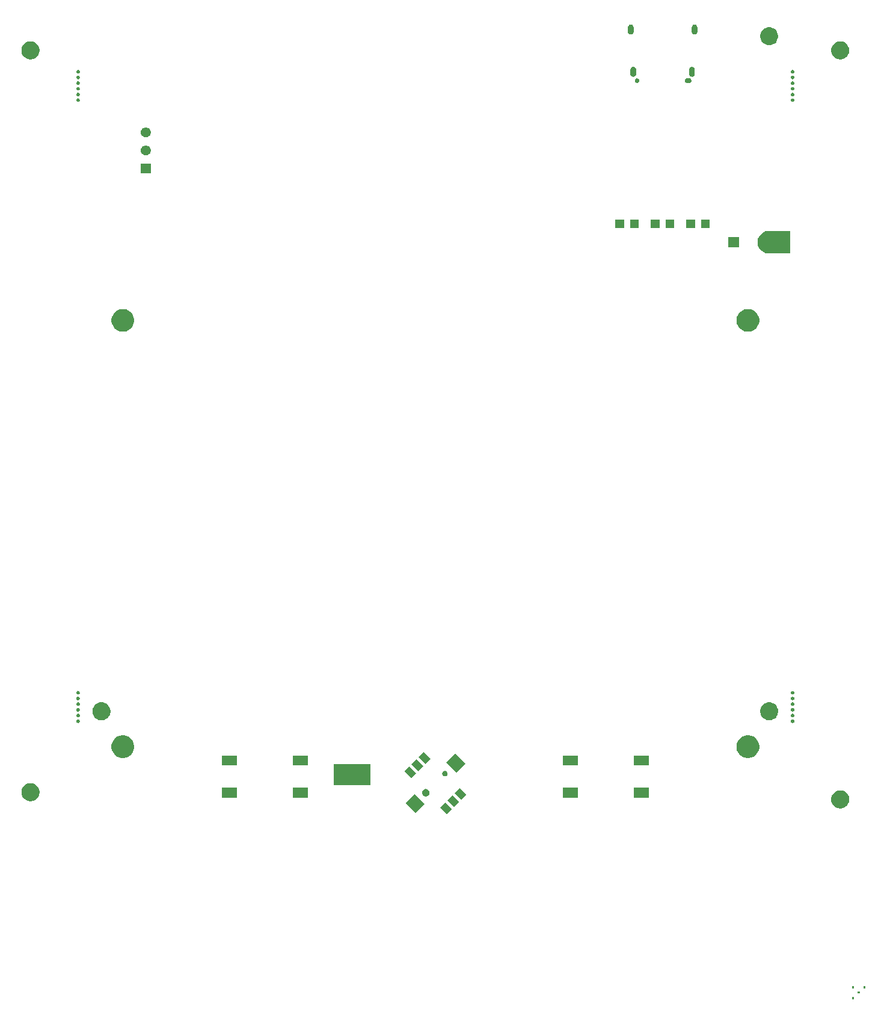
<source format=gbr>
G04 #@! TF.GenerationSoftware,KiCad,Pcbnew,5.0.2-bee76a0~70~ubuntu18.04.1*
G04 #@! TF.CreationDate,2020-04-07T14:55:28+02:00*
G04 #@! TF.ProjectId,OpenDropV4,4f70656e-4472-46f7-9056-342e6b696361,rev?*
G04 #@! TF.SameCoordinates,Original*
G04 #@! TF.FileFunction,Soldermask,Top*
G04 #@! TF.FilePolarity,Negative*
%FSLAX46Y46*%
G04 Gerber Fmt 4.6, Leading zero omitted, Abs format (unit mm)*
G04 Created by KiCad (PCBNEW 5.0.2-bee76a0~70~ubuntu18.04.1) date Di 07 Apr 2020 14:55:28 CEST*
%MOMM*%
%LPD*%
G01*
G04 APERTURE LIST*
%ADD10C,0.100000*%
G04 APERTURE END LIST*
D10*
G36*
X158939800Y-169533800D02*
X158639800Y-169533800D01*
X158639800Y-169233800D01*
X158939800Y-169233800D01*
X158939800Y-169533800D01*
X158939800Y-169533800D01*
G37*
G36*
X159752600Y-168721000D02*
X159452600Y-168721000D01*
X159452600Y-168421000D01*
X159752600Y-168421000D01*
X159752600Y-168721000D01*
X159752600Y-168721000D01*
G37*
G36*
X160565400Y-168009800D02*
X160265400Y-168009800D01*
X160265400Y-167709800D01*
X160565400Y-167709800D01*
X160565400Y-168009800D01*
X160565400Y-168009800D01*
G37*
G36*
X158939800Y-168009800D02*
X158639800Y-168009800D01*
X158639800Y-167709800D01*
X158939800Y-167709800D01*
X158939800Y-168009800D01*
X158939800Y-168009800D01*
G37*
G36*
X102350931Y-142775078D02*
X101643824Y-143482185D01*
X100689229Y-142527590D01*
X101396336Y-141820483D01*
X102350931Y-142775078D01*
X102350931Y-142775078D01*
G37*
G36*
X98479522Y-142050293D02*
X97206729Y-143323086D01*
X95792514Y-141908871D01*
X97065307Y-140636078D01*
X98479522Y-142050293D01*
X98479522Y-142050293D01*
G37*
G36*
X157247764Y-140154402D02*
X157370445Y-140178805D01*
X157601571Y-140274541D01*
X157809581Y-140413529D01*
X157986471Y-140590419D01*
X157986473Y-140590422D01*
X158125459Y-140798429D01*
X158221195Y-141029555D01*
X158221195Y-141029557D01*
X158270000Y-141274914D01*
X158270000Y-141525086D01*
X158245597Y-141647765D01*
X158221195Y-141770445D01*
X158125459Y-142001571D01*
X157986471Y-142209581D01*
X157809581Y-142386471D01*
X157809578Y-142386473D01*
X157601571Y-142525459D01*
X157370445Y-142621195D01*
X157247765Y-142645597D01*
X157125086Y-142670000D01*
X156874914Y-142670000D01*
X156752235Y-142645597D01*
X156629555Y-142621195D01*
X156398429Y-142525459D01*
X156190422Y-142386473D01*
X156190419Y-142386471D01*
X156013529Y-142209581D01*
X155874541Y-142001571D01*
X155778805Y-141770445D01*
X155754402Y-141647764D01*
X155730000Y-141525086D01*
X155730000Y-141274914D01*
X155778805Y-141029557D01*
X155778805Y-141029555D01*
X155874541Y-140798429D01*
X156013527Y-140590422D01*
X156013529Y-140590419D01*
X156190419Y-140413529D01*
X156398429Y-140274541D01*
X156629555Y-140178805D01*
X156752236Y-140154402D01*
X156874914Y-140130000D01*
X157125086Y-140130000D01*
X157247764Y-140154402D01*
X157247764Y-140154402D01*
G37*
G36*
X103358558Y-141767451D02*
X102651451Y-142474558D01*
X101696856Y-141519963D01*
X102403963Y-140812856D01*
X103358558Y-141767451D01*
X103358558Y-141767451D01*
G37*
G36*
X43247765Y-139154403D02*
X43370445Y-139178805D01*
X43601571Y-139274541D01*
X43809581Y-139413529D01*
X43986471Y-139590419D01*
X43986473Y-139590422D01*
X44125459Y-139798429D01*
X44221195Y-140029555D01*
X44221195Y-140029557D01*
X44269926Y-140274541D01*
X44270000Y-140274916D01*
X44270000Y-140525084D01*
X44221195Y-140770445D01*
X44203627Y-140812857D01*
X44125459Y-141001571D01*
X43986471Y-141209581D01*
X43809581Y-141386471D01*
X43809578Y-141386473D01*
X43601571Y-141525459D01*
X43370445Y-141621195D01*
X43247765Y-141645597D01*
X43125086Y-141670000D01*
X42874914Y-141670000D01*
X42752235Y-141645597D01*
X42629555Y-141621195D01*
X42398429Y-141525459D01*
X42190422Y-141386473D01*
X42190419Y-141386471D01*
X42013529Y-141209581D01*
X41874541Y-141001571D01*
X41796373Y-140812857D01*
X41778805Y-140770445D01*
X41730000Y-140525084D01*
X41730000Y-140274916D01*
X41730075Y-140274541D01*
X41778805Y-140029557D01*
X41778805Y-140029555D01*
X41874541Y-139798429D01*
X42013527Y-139590422D01*
X42013529Y-139590419D01*
X42190419Y-139413529D01*
X42398429Y-139274541D01*
X42629555Y-139178805D01*
X42752235Y-139154403D01*
X42874914Y-139130000D01*
X43125086Y-139130000D01*
X43247765Y-139154403D01*
X43247765Y-139154403D01*
G37*
G36*
X104366185Y-140759824D02*
X103659078Y-141466931D01*
X102704483Y-140512336D01*
X103411590Y-139805229D01*
X104366185Y-140759824D01*
X104366185Y-140759824D01*
G37*
G36*
X82050000Y-141150000D02*
X79950000Y-141150000D01*
X79950000Y-139750000D01*
X82050000Y-139750000D01*
X82050000Y-141150000D01*
X82050000Y-141150000D01*
G37*
G36*
X120050000Y-141150000D02*
X117950000Y-141150000D01*
X117950000Y-139750000D01*
X120050000Y-139750000D01*
X120050000Y-141150000D01*
X120050000Y-141150000D01*
G37*
G36*
X72050000Y-141150000D02*
X69950000Y-141150000D01*
X69950000Y-139750000D01*
X72050000Y-139750000D01*
X72050000Y-141150000D01*
X72050000Y-141150000D01*
G37*
G36*
X130050000Y-141150000D02*
X127950000Y-141150000D01*
X127950000Y-139750000D01*
X130050000Y-139750000D01*
X130050000Y-141150000D01*
X130050000Y-141150000D01*
G37*
G36*
X98809431Y-139954478D02*
X98809433Y-139954479D01*
X98809434Y-139954479D01*
X98904978Y-139994054D01*
X98990579Y-140051251D01*
X98990968Y-140051511D01*
X99064089Y-140124632D01*
X99064091Y-140124635D01*
X99121546Y-140210622D01*
X99148176Y-140274914D01*
X99161122Y-140306169D01*
X99181297Y-140407594D01*
X99181297Y-140511012D01*
X99165502Y-140590419D01*
X99161121Y-140612440D01*
X99121546Y-140707984D01*
X99064349Y-140793585D01*
X99064089Y-140793974D01*
X98990968Y-140867095D01*
X98990965Y-140867097D01*
X98904978Y-140924552D01*
X98809434Y-140964127D01*
X98809433Y-140964127D01*
X98809431Y-140964128D01*
X98708006Y-140984303D01*
X98604588Y-140984303D01*
X98503163Y-140964128D01*
X98503161Y-140964127D01*
X98503160Y-140964127D01*
X98407616Y-140924552D01*
X98321629Y-140867097D01*
X98321626Y-140867095D01*
X98248505Y-140793974D01*
X98248245Y-140793585D01*
X98191048Y-140707984D01*
X98151473Y-140612440D01*
X98147093Y-140590419D01*
X98131297Y-140511012D01*
X98131297Y-140407594D01*
X98151472Y-140306169D01*
X98164418Y-140274914D01*
X98191048Y-140210622D01*
X98248503Y-140124635D01*
X98248505Y-140124632D01*
X98321626Y-140051511D01*
X98322015Y-140051251D01*
X98407616Y-139994054D01*
X98503160Y-139954479D01*
X98503161Y-139954479D01*
X98503163Y-139954478D01*
X98604588Y-139934303D01*
X98708006Y-139934303D01*
X98809431Y-139954478D01*
X98809431Y-139954478D01*
G37*
G36*
X90865000Y-139439000D02*
X85665000Y-139439000D01*
X85665000Y-136439000D01*
X90865000Y-136439000D01*
X90865000Y-139439000D01*
X90865000Y-139439000D01*
G37*
G36*
X97295117Y-137719264D02*
X96588010Y-138426371D01*
X95633415Y-137471776D01*
X96340522Y-136764669D01*
X97295117Y-137719264D01*
X97295117Y-137719264D01*
G37*
G36*
X101452687Y-137411708D02*
X101520932Y-137439976D01*
X101582352Y-137481016D01*
X101634584Y-137533248D01*
X101675624Y-137594668D01*
X101703892Y-137662913D01*
X101718303Y-137735362D01*
X101718303Y-137809232D01*
X101703892Y-137881681D01*
X101675624Y-137949926D01*
X101634584Y-138011346D01*
X101582352Y-138063578D01*
X101520932Y-138104618D01*
X101452687Y-138132886D01*
X101380238Y-138147297D01*
X101306368Y-138147297D01*
X101233919Y-138132886D01*
X101165674Y-138104618D01*
X101104254Y-138063578D01*
X101052022Y-138011346D01*
X101010982Y-137949926D01*
X100982714Y-137881681D01*
X100968303Y-137809232D01*
X100968303Y-137735362D01*
X100982714Y-137662913D01*
X101010982Y-137594668D01*
X101052022Y-137533248D01*
X101104254Y-137481016D01*
X101165674Y-137439976D01*
X101233919Y-137411708D01*
X101306368Y-137397297D01*
X101380238Y-137397297D01*
X101452687Y-137411708D01*
X101452687Y-137411708D01*
G37*
G36*
X104207086Y-136322729D02*
X102934293Y-137595522D01*
X101520078Y-136181307D01*
X102792871Y-134908514D01*
X104207086Y-136322729D01*
X104207086Y-136322729D01*
G37*
G36*
X98302744Y-136711637D02*
X97595637Y-137418744D01*
X96641042Y-136464149D01*
X97348149Y-135757042D01*
X98302744Y-136711637D01*
X98302744Y-136711637D01*
G37*
G36*
X82050000Y-136650000D02*
X79950000Y-136650000D01*
X79950000Y-135250000D01*
X82050000Y-135250000D01*
X82050000Y-136650000D01*
X82050000Y-136650000D01*
G37*
G36*
X120050000Y-136650000D02*
X117950000Y-136650000D01*
X117950000Y-135250000D01*
X120050000Y-135250000D01*
X120050000Y-136650000D01*
X120050000Y-136650000D01*
G37*
G36*
X130050000Y-136650000D02*
X127950000Y-136650000D01*
X127950000Y-135250000D01*
X130050000Y-135250000D01*
X130050000Y-136650000D01*
X130050000Y-136650000D01*
G37*
G36*
X72050000Y-136650000D02*
X69950000Y-136650000D01*
X69950000Y-135250000D01*
X72050000Y-135250000D01*
X72050000Y-136650000D01*
X72050000Y-136650000D01*
G37*
G36*
X99310371Y-135704010D02*
X98603264Y-136411117D01*
X97648669Y-135456522D01*
X98355776Y-134749415D01*
X99310371Y-135704010D01*
X99310371Y-135704010D01*
G37*
G36*
X144466703Y-132461486D02*
X144757883Y-132582097D01*
X145019944Y-132757201D01*
X145242799Y-132980056D01*
X145417903Y-133242117D01*
X145538514Y-133533297D01*
X145600000Y-133842412D01*
X145600000Y-134157588D01*
X145538514Y-134466703D01*
X145417903Y-134757883D01*
X145242799Y-135019944D01*
X145019944Y-135242799D01*
X144757883Y-135417903D01*
X144466703Y-135538514D01*
X144157588Y-135600000D01*
X143842412Y-135600000D01*
X143533297Y-135538514D01*
X143242117Y-135417903D01*
X142980056Y-135242799D01*
X142757201Y-135019944D01*
X142582097Y-134757883D01*
X142461486Y-134466703D01*
X142400000Y-134157588D01*
X142400000Y-133842412D01*
X142461486Y-133533297D01*
X142582097Y-133242117D01*
X142757201Y-132980056D01*
X142980056Y-132757201D01*
X143242117Y-132582097D01*
X143533297Y-132461486D01*
X143842412Y-132400000D01*
X144157588Y-132400000D01*
X144466703Y-132461486D01*
X144466703Y-132461486D01*
G37*
G36*
X56466703Y-132461486D02*
X56757883Y-132582097D01*
X57019944Y-132757201D01*
X57242799Y-132980056D01*
X57417903Y-133242117D01*
X57538514Y-133533297D01*
X57600000Y-133842412D01*
X57600000Y-134157588D01*
X57538514Y-134466703D01*
X57417903Y-134757883D01*
X57242799Y-135019944D01*
X57019944Y-135242799D01*
X56757883Y-135417903D01*
X56466703Y-135538514D01*
X56157588Y-135600000D01*
X55842412Y-135600000D01*
X55533297Y-135538514D01*
X55242117Y-135417903D01*
X54980056Y-135242799D01*
X54757201Y-135019944D01*
X54582097Y-134757883D01*
X54461486Y-134466703D01*
X54400000Y-134157588D01*
X54400000Y-133842412D01*
X54461486Y-133533297D01*
X54582097Y-133242117D01*
X54757201Y-132980056D01*
X54980056Y-132757201D01*
X55242117Y-132582097D01*
X55533297Y-132461486D01*
X55842412Y-132400000D01*
X56157588Y-132400000D01*
X56466703Y-132461486D01*
X56466703Y-132461486D01*
G37*
G36*
X49736698Y-130152402D02*
X49772922Y-130159607D01*
X49818420Y-130178453D01*
X49859366Y-130205812D01*
X49894188Y-130240634D01*
X49921547Y-130281580D01*
X49940393Y-130327078D01*
X49950000Y-130375377D01*
X49950000Y-130424623D01*
X49940393Y-130472922D01*
X49921547Y-130518420D01*
X49894188Y-130559366D01*
X49859366Y-130594188D01*
X49818420Y-130621547D01*
X49772922Y-130640393D01*
X49736698Y-130647598D01*
X49724624Y-130650000D01*
X49675376Y-130650000D01*
X49663302Y-130647598D01*
X49627078Y-130640393D01*
X49581580Y-130621547D01*
X49540634Y-130594188D01*
X49505812Y-130559366D01*
X49478453Y-130518420D01*
X49459607Y-130472922D01*
X49450000Y-130424623D01*
X49450000Y-130375377D01*
X49459607Y-130327078D01*
X49478453Y-130281580D01*
X49505812Y-130240634D01*
X49540634Y-130205812D01*
X49581580Y-130178453D01*
X49627078Y-130159607D01*
X49663302Y-130152402D01*
X49675376Y-130150000D01*
X49724624Y-130150000D01*
X49736698Y-130152402D01*
X49736698Y-130152402D01*
G37*
G36*
X150336698Y-130152402D02*
X150372922Y-130159607D01*
X150418420Y-130178453D01*
X150459366Y-130205812D01*
X150494188Y-130240634D01*
X150521547Y-130281580D01*
X150540393Y-130327078D01*
X150550000Y-130375377D01*
X150550000Y-130424623D01*
X150540393Y-130472922D01*
X150521547Y-130518420D01*
X150494188Y-130559366D01*
X150459366Y-130594188D01*
X150418420Y-130621547D01*
X150372922Y-130640393D01*
X150336698Y-130647598D01*
X150324624Y-130650000D01*
X150275376Y-130650000D01*
X150263302Y-130647598D01*
X150227078Y-130640393D01*
X150181580Y-130621547D01*
X150140634Y-130594188D01*
X150105812Y-130559366D01*
X150078453Y-130518420D01*
X150059607Y-130472922D01*
X150050000Y-130424623D01*
X150050000Y-130375377D01*
X150059607Y-130327078D01*
X150078453Y-130281580D01*
X150105812Y-130240634D01*
X150140634Y-130205812D01*
X150181580Y-130178453D01*
X150227078Y-130159607D01*
X150263302Y-130152402D01*
X150275376Y-130150000D01*
X150324624Y-130150000D01*
X150336698Y-130152402D01*
X150336698Y-130152402D01*
G37*
G36*
X53247764Y-127754402D02*
X53370445Y-127778805D01*
X53601571Y-127874541D01*
X53809581Y-128013529D01*
X53986471Y-128190419D01*
X53986473Y-128190422D01*
X54125459Y-128398429D01*
X54221195Y-128629555D01*
X54231543Y-128681580D01*
X54269604Y-128872922D01*
X54270000Y-128874916D01*
X54270000Y-129125084D01*
X54221195Y-129370445D01*
X54175161Y-129481580D01*
X54125459Y-129601571D01*
X53986471Y-129809581D01*
X53809581Y-129986471D01*
X53809578Y-129986473D01*
X53601571Y-130125459D01*
X53370445Y-130221195D01*
X53247765Y-130245597D01*
X53125086Y-130270000D01*
X52874914Y-130270000D01*
X52752235Y-130245597D01*
X52629555Y-130221195D01*
X52398429Y-130125459D01*
X52190422Y-129986473D01*
X52190419Y-129986471D01*
X52013529Y-129809581D01*
X51874541Y-129601571D01*
X51824839Y-129481580D01*
X51778805Y-129370445D01*
X51730000Y-129125084D01*
X51730000Y-128874916D01*
X51730397Y-128872922D01*
X51768457Y-128681580D01*
X51778805Y-128629555D01*
X51874541Y-128398429D01*
X52013527Y-128190422D01*
X52013529Y-128190419D01*
X52190419Y-128013529D01*
X52398429Y-127874541D01*
X52629555Y-127778805D01*
X52752236Y-127754402D01*
X52874914Y-127730000D01*
X53125086Y-127730000D01*
X53247764Y-127754402D01*
X53247764Y-127754402D01*
G37*
G36*
X147247764Y-127754402D02*
X147370445Y-127778805D01*
X147601571Y-127874541D01*
X147809581Y-128013529D01*
X147986471Y-128190419D01*
X147986473Y-128190422D01*
X148125459Y-128398429D01*
X148221195Y-128629555D01*
X148231543Y-128681580D01*
X148269604Y-128872922D01*
X148270000Y-128874916D01*
X148270000Y-129125084D01*
X148221195Y-129370445D01*
X148175161Y-129481580D01*
X148125459Y-129601571D01*
X147986471Y-129809581D01*
X147809581Y-129986471D01*
X147809578Y-129986473D01*
X147601571Y-130125459D01*
X147370445Y-130221195D01*
X147247765Y-130245597D01*
X147125086Y-130270000D01*
X146874914Y-130270000D01*
X146752235Y-130245597D01*
X146629555Y-130221195D01*
X146398429Y-130125459D01*
X146190422Y-129986473D01*
X146190419Y-129986471D01*
X146013529Y-129809581D01*
X145874541Y-129601571D01*
X145824839Y-129481580D01*
X145778805Y-129370445D01*
X145730000Y-129125084D01*
X145730000Y-128874916D01*
X145730397Y-128872922D01*
X145768457Y-128681580D01*
X145778805Y-128629555D01*
X145874541Y-128398429D01*
X146013527Y-128190422D01*
X146013529Y-128190419D01*
X146190419Y-128013529D01*
X146398429Y-127874541D01*
X146629555Y-127778805D01*
X146752236Y-127754402D01*
X146874914Y-127730000D01*
X147125086Y-127730000D01*
X147247764Y-127754402D01*
X147247764Y-127754402D01*
G37*
G36*
X150336698Y-129352402D02*
X150372922Y-129359607D01*
X150418420Y-129378453D01*
X150459366Y-129405812D01*
X150494188Y-129440634D01*
X150521547Y-129481580D01*
X150540393Y-129527078D01*
X150550000Y-129575377D01*
X150550000Y-129624623D01*
X150540393Y-129672922D01*
X150521547Y-129718420D01*
X150494188Y-129759366D01*
X150459366Y-129794188D01*
X150418420Y-129821547D01*
X150372922Y-129840393D01*
X150336698Y-129847598D01*
X150324624Y-129850000D01*
X150275376Y-129850000D01*
X150263302Y-129847598D01*
X150227078Y-129840393D01*
X150181580Y-129821547D01*
X150140634Y-129794188D01*
X150105812Y-129759366D01*
X150078453Y-129718420D01*
X150059607Y-129672922D01*
X150050000Y-129624623D01*
X150050000Y-129575377D01*
X150059607Y-129527078D01*
X150078453Y-129481580D01*
X150105812Y-129440634D01*
X150140634Y-129405812D01*
X150181580Y-129378453D01*
X150227078Y-129359607D01*
X150263302Y-129352402D01*
X150275376Y-129350000D01*
X150324624Y-129350000D01*
X150336698Y-129352402D01*
X150336698Y-129352402D01*
G37*
G36*
X49736698Y-129352402D02*
X49772922Y-129359607D01*
X49818420Y-129378453D01*
X49859366Y-129405812D01*
X49894188Y-129440634D01*
X49921547Y-129481580D01*
X49940393Y-129527078D01*
X49950000Y-129575377D01*
X49950000Y-129624623D01*
X49940393Y-129672922D01*
X49921547Y-129718420D01*
X49894188Y-129759366D01*
X49859366Y-129794188D01*
X49818420Y-129821547D01*
X49772922Y-129840393D01*
X49736698Y-129847598D01*
X49724624Y-129850000D01*
X49675376Y-129850000D01*
X49663302Y-129847598D01*
X49627078Y-129840393D01*
X49581580Y-129821547D01*
X49540634Y-129794188D01*
X49505812Y-129759366D01*
X49478453Y-129718420D01*
X49459607Y-129672922D01*
X49450000Y-129624623D01*
X49450000Y-129575377D01*
X49459607Y-129527078D01*
X49478453Y-129481580D01*
X49505812Y-129440634D01*
X49540634Y-129405812D01*
X49581580Y-129378453D01*
X49627078Y-129359607D01*
X49663302Y-129352402D01*
X49675376Y-129350000D01*
X49724624Y-129350000D01*
X49736698Y-129352402D01*
X49736698Y-129352402D01*
G37*
G36*
X150336698Y-128552402D02*
X150372922Y-128559607D01*
X150418420Y-128578453D01*
X150459366Y-128605812D01*
X150494188Y-128640634D01*
X150521547Y-128681580D01*
X150540393Y-128727078D01*
X150550000Y-128775377D01*
X150550000Y-128824623D01*
X150540393Y-128872922D01*
X150521547Y-128918420D01*
X150494188Y-128959366D01*
X150459366Y-128994188D01*
X150418420Y-129021547D01*
X150372922Y-129040393D01*
X150336698Y-129047598D01*
X150324624Y-129050000D01*
X150275376Y-129050000D01*
X150263302Y-129047598D01*
X150227078Y-129040393D01*
X150181580Y-129021547D01*
X150140634Y-128994188D01*
X150105812Y-128959366D01*
X150078453Y-128918420D01*
X150059607Y-128872922D01*
X150050000Y-128824623D01*
X150050000Y-128775377D01*
X150059607Y-128727078D01*
X150078453Y-128681580D01*
X150105812Y-128640634D01*
X150140634Y-128605812D01*
X150181580Y-128578453D01*
X150227078Y-128559607D01*
X150263302Y-128552402D01*
X150275376Y-128550000D01*
X150324624Y-128550000D01*
X150336698Y-128552402D01*
X150336698Y-128552402D01*
G37*
G36*
X49736698Y-128552402D02*
X49772922Y-128559607D01*
X49818420Y-128578453D01*
X49859366Y-128605812D01*
X49894188Y-128640634D01*
X49921547Y-128681580D01*
X49940393Y-128727078D01*
X49950000Y-128775377D01*
X49950000Y-128824623D01*
X49940393Y-128872922D01*
X49921547Y-128918420D01*
X49894188Y-128959366D01*
X49859366Y-128994188D01*
X49818420Y-129021547D01*
X49772922Y-129040393D01*
X49736698Y-129047598D01*
X49724624Y-129050000D01*
X49675376Y-129050000D01*
X49663302Y-129047598D01*
X49627078Y-129040393D01*
X49581580Y-129021547D01*
X49540634Y-128994188D01*
X49505812Y-128959366D01*
X49478453Y-128918420D01*
X49459607Y-128872922D01*
X49450000Y-128824623D01*
X49450000Y-128775377D01*
X49459607Y-128727078D01*
X49478453Y-128681580D01*
X49505812Y-128640634D01*
X49540634Y-128605812D01*
X49581580Y-128578453D01*
X49627078Y-128559607D01*
X49663302Y-128552402D01*
X49675376Y-128550000D01*
X49724624Y-128550000D01*
X49736698Y-128552402D01*
X49736698Y-128552402D01*
G37*
G36*
X49736698Y-127752402D02*
X49772922Y-127759607D01*
X49818420Y-127778453D01*
X49859366Y-127805812D01*
X49894188Y-127840634D01*
X49921547Y-127881580D01*
X49940393Y-127927078D01*
X49950000Y-127975377D01*
X49950000Y-128024623D01*
X49940393Y-128072922D01*
X49921547Y-128118420D01*
X49894188Y-128159366D01*
X49859366Y-128194188D01*
X49818420Y-128221547D01*
X49772922Y-128240393D01*
X49736698Y-128247598D01*
X49724624Y-128250000D01*
X49675376Y-128250000D01*
X49663302Y-128247598D01*
X49627078Y-128240393D01*
X49581580Y-128221547D01*
X49540634Y-128194188D01*
X49505812Y-128159366D01*
X49478453Y-128118420D01*
X49459607Y-128072922D01*
X49450000Y-128024623D01*
X49450000Y-127975377D01*
X49459607Y-127927078D01*
X49478453Y-127881580D01*
X49505812Y-127840634D01*
X49540634Y-127805812D01*
X49581580Y-127778453D01*
X49627078Y-127759607D01*
X49663302Y-127752402D01*
X49675376Y-127750000D01*
X49724624Y-127750000D01*
X49736698Y-127752402D01*
X49736698Y-127752402D01*
G37*
G36*
X150336698Y-127752402D02*
X150372922Y-127759607D01*
X150418420Y-127778453D01*
X150459366Y-127805812D01*
X150494188Y-127840634D01*
X150521547Y-127881580D01*
X150540393Y-127927078D01*
X150550000Y-127975377D01*
X150550000Y-128024623D01*
X150540393Y-128072922D01*
X150521547Y-128118420D01*
X150494188Y-128159366D01*
X150459366Y-128194188D01*
X150418420Y-128221547D01*
X150372922Y-128240393D01*
X150336698Y-128247598D01*
X150324624Y-128250000D01*
X150275376Y-128250000D01*
X150263302Y-128247598D01*
X150227078Y-128240393D01*
X150181580Y-128221547D01*
X150140634Y-128194188D01*
X150105812Y-128159366D01*
X150078453Y-128118420D01*
X150059607Y-128072922D01*
X150050000Y-128024623D01*
X150050000Y-127975377D01*
X150059607Y-127927078D01*
X150078453Y-127881580D01*
X150105812Y-127840634D01*
X150140634Y-127805812D01*
X150181580Y-127778453D01*
X150227078Y-127759607D01*
X150263302Y-127752402D01*
X150275376Y-127750000D01*
X150324624Y-127750000D01*
X150336698Y-127752402D01*
X150336698Y-127752402D01*
G37*
G36*
X49736698Y-126952402D02*
X49772922Y-126959607D01*
X49818420Y-126978453D01*
X49859366Y-127005812D01*
X49894188Y-127040634D01*
X49921547Y-127081580D01*
X49940393Y-127127078D01*
X49950000Y-127175377D01*
X49950000Y-127224623D01*
X49940393Y-127272922D01*
X49921547Y-127318420D01*
X49894188Y-127359366D01*
X49859366Y-127394188D01*
X49818420Y-127421547D01*
X49772922Y-127440393D01*
X49736698Y-127447598D01*
X49724624Y-127450000D01*
X49675376Y-127450000D01*
X49663302Y-127447598D01*
X49627078Y-127440393D01*
X49581580Y-127421547D01*
X49540634Y-127394188D01*
X49505812Y-127359366D01*
X49478453Y-127318420D01*
X49459607Y-127272922D01*
X49450000Y-127224623D01*
X49450000Y-127175377D01*
X49459607Y-127127078D01*
X49478453Y-127081580D01*
X49505812Y-127040634D01*
X49540634Y-127005812D01*
X49581580Y-126978453D01*
X49627078Y-126959607D01*
X49663302Y-126952402D01*
X49675376Y-126950000D01*
X49724624Y-126950000D01*
X49736698Y-126952402D01*
X49736698Y-126952402D01*
G37*
G36*
X150336698Y-126952402D02*
X150372922Y-126959607D01*
X150418420Y-126978453D01*
X150459366Y-127005812D01*
X150494188Y-127040634D01*
X150521547Y-127081580D01*
X150540393Y-127127078D01*
X150550000Y-127175377D01*
X150550000Y-127224623D01*
X150540393Y-127272922D01*
X150521547Y-127318420D01*
X150494188Y-127359366D01*
X150459366Y-127394188D01*
X150418420Y-127421547D01*
X150372922Y-127440393D01*
X150336698Y-127447598D01*
X150324624Y-127450000D01*
X150275376Y-127450000D01*
X150263302Y-127447598D01*
X150227078Y-127440393D01*
X150181580Y-127421547D01*
X150140634Y-127394188D01*
X150105812Y-127359366D01*
X150078453Y-127318420D01*
X150059607Y-127272922D01*
X150050000Y-127224623D01*
X150050000Y-127175377D01*
X150059607Y-127127078D01*
X150078453Y-127081580D01*
X150105812Y-127040634D01*
X150140634Y-127005812D01*
X150181580Y-126978453D01*
X150227078Y-126959607D01*
X150263302Y-126952402D01*
X150275376Y-126950000D01*
X150324624Y-126950000D01*
X150336698Y-126952402D01*
X150336698Y-126952402D01*
G37*
G36*
X150336698Y-126152402D02*
X150372922Y-126159607D01*
X150418420Y-126178453D01*
X150459366Y-126205812D01*
X150494188Y-126240634D01*
X150521547Y-126281580D01*
X150540393Y-126327078D01*
X150550000Y-126375377D01*
X150550000Y-126424623D01*
X150540393Y-126472922D01*
X150521547Y-126518420D01*
X150494188Y-126559366D01*
X150459366Y-126594188D01*
X150418420Y-126621547D01*
X150372922Y-126640393D01*
X150336698Y-126647598D01*
X150324624Y-126650000D01*
X150275376Y-126650000D01*
X150263302Y-126647598D01*
X150227078Y-126640393D01*
X150181580Y-126621547D01*
X150140634Y-126594188D01*
X150105812Y-126559366D01*
X150078453Y-126518420D01*
X150059607Y-126472922D01*
X150050000Y-126424623D01*
X150050000Y-126375377D01*
X150059607Y-126327078D01*
X150078453Y-126281580D01*
X150105812Y-126240634D01*
X150140634Y-126205812D01*
X150181580Y-126178453D01*
X150227078Y-126159607D01*
X150263302Y-126152402D01*
X150275376Y-126150000D01*
X150324624Y-126150000D01*
X150336698Y-126152402D01*
X150336698Y-126152402D01*
G37*
G36*
X49736698Y-126152402D02*
X49772922Y-126159607D01*
X49818420Y-126178453D01*
X49859366Y-126205812D01*
X49894188Y-126240634D01*
X49921547Y-126281580D01*
X49940393Y-126327078D01*
X49950000Y-126375377D01*
X49950000Y-126424623D01*
X49940393Y-126472922D01*
X49921547Y-126518420D01*
X49894188Y-126559366D01*
X49859366Y-126594188D01*
X49818420Y-126621547D01*
X49772922Y-126640393D01*
X49736698Y-126647598D01*
X49724624Y-126650000D01*
X49675376Y-126650000D01*
X49663302Y-126647598D01*
X49627078Y-126640393D01*
X49581580Y-126621547D01*
X49540634Y-126594188D01*
X49505812Y-126559366D01*
X49478453Y-126518420D01*
X49459607Y-126472922D01*
X49450000Y-126424623D01*
X49450000Y-126375377D01*
X49459607Y-126327078D01*
X49478453Y-126281580D01*
X49505812Y-126240634D01*
X49540634Y-126205812D01*
X49581580Y-126178453D01*
X49627078Y-126159607D01*
X49663302Y-126152402D01*
X49675376Y-126150000D01*
X49724624Y-126150000D01*
X49736698Y-126152402D01*
X49736698Y-126152402D01*
G37*
G36*
X56466703Y-72461486D02*
X56757883Y-72582097D01*
X57019944Y-72757201D01*
X57242799Y-72980056D01*
X57417903Y-73242117D01*
X57538514Y-73533297D01*
X57600000Y-73842412D01*
X57600000Y-74157588D01*
X57538514Y-74466703D01*
X57417903Y-74757883D01*
X57242799Y-75019944D01*
X57019944Y-75242799D01*
X56757883Y-75417903D01*
X56466703Y-75538514D01*
X56157588Y-75600000D01*
X55842412Y-75600000D01*
X55533297Y-75538514D01*
X55242117Y-75417903D01*
X54980056Y-75242799D01*
X54757201Y-75019944D01*
X54582097Y-74757883D01*
X54461486Y-74466703D01*
X54400000Y-74157588D01*
X54400000Y-73842412D01*
X54461486Y-73533297D01*
X54582097Y-73242117D01*
X54757201Y-72980056D01*
X54980056Y-72757201D01*
X55242117Y-72582097D01*
X55533297Y-72461486D01*
X55842412Y-72400000D01*
X56157588Y-72400000D01*
X56466703Y-72461486D01*
X56466703Y-72461486D01*
G37*
G36*
X144466703Y-72461486D02*
X144757883Y-72582097D01*
X145019944Y-72757201D01*
X145242799Y-72980056D01*
X145417903Y-73242117D01*
X145538514Y-73533297D01*
X145600000Y-73842412D01*
X145600000Y-74157588D01*
X145538514Y-74466703D01*
X145417903Y-74757883D01*
X145242799Y-75019944D01*
X145019944Y-75242799D01*
X144757883Y-75417903D01*
X144466703Y-75538514D01*
X144157588Y-75600000D01*
X143842412Y-75600000D01*
X143533297Y-75538514D01*
X143242117Y-75417903D01*
X142980056Y-75242799D01*
X142757201Y-75019944D01*
X142582097Y-74757883D01*
X142461486Y-74466703D01*
X142400000Y-74157588D01*
X142400000Y-73842412D01*
X142461486Y-73533297D01*
X142582097Y-73242117D01*
X142757201Y-72980056D01*
X142980056Y-72757201D01*
X143242117Y-72582097D01*
X143533297Y-72461486D01*
X143842412Y-72400000D01*
X144157588Y-72400000D01*
X144466703Y-72461486D01*
X144466703Y-72461486D01*
G37*
G36*
X149963000Y-64600000D02*
X146805412Y-64600000D01*
X146496297Y-64538514D01*
X146205117Y-64417903D01*
X145943056Y-64242799D01*
X145720201Y-64019944D01*
X145545097Y-63757883D01*
X145424486Y-63466703D01*
X145363000Y-63157588D01*
X145363000Y-62842412D01*
X145424486Y-62533297D01*
X145545097Y-62242117D01*
X145720201Y-61980056D01*
X145943056Y-61757201D01*
X146205117Y-61582097D01*
X146496297Y-61461486D01*
X146805412Y-61400000D01*
X149963000Y-61400000D01*
X149963000Y-64600000D01*
X149963000Y-64600000D01*
G37*
G36*
X142750570Y-63750570D02*
X141249430Y-63750570D01*
X141249430Y-62249430D01*
X142750570Y-62249430D01*
X142750570Y-63750570D01*
X142750570Y-63750570D01*
G37*
G36*
X131550420Y-61010440D02*
X130351540Y-61010440D01*
X130351540Y-59811560D01*
X131550420Y-59811560D01*
X131550420Y-61010440D01*
X131550420Y-61010440D01*
G37*
G36*
X126550420Y-61010440D02*
X125351540Y-61010440D01*
X125351540Y-59811560D01*
X126550420Y-59811560D01*
X126550420Y-61010440D01*
X126550420Y-61010440D01*
G37*
G36*
X128648460Y-61010440D02*
X127449580Y-61010440D01*
X127449580Y-59811560D01*
X128648460Y-59811560D01*
X128648460Y-61010440D01*
X128648460Y-61010440D01*
G37*
G36*
X133648460Y-61010440D02*
X132449580Y-61010440D01*
X132449580Y-59811560D01*
X133648460Y-59811560D01*
X133648460Y-61010440D01*
X133648460Y-61010440D01*
G37*
G36*
X136550420Y-61010440D02*
X135351540Y-61010440D01*
X135351540Y-59811560D01*
X136550420Y-59811560D01*
X136550420Y-61010440D01*
X136550420Y-61010440D01*
G37*
G36*
X138648460Y-61010440D02*
X137449580Y-61010440D01*
X137449580Y-59811560D01*
X138648460Y-59811560D01*
X138648460Y-61010440D01*
X138648460Y-61010440D01*
G37*
G36*
X59928500Y-53303500D02*
X58531500Y-53303500D01*
X58531500Y-51906500D01*
X59928500Y-51906500D01*
X59928500Y-53303500D01*
X59928500Y-53303500D01*
G37*
G36*
X59433745Y-49393342D02*
X59560863Y-49445996D01*
X59675271Y-49522441D01*
X59772559Y-49619729D01*
X59849004Y-49734137D01*
X59901658Y-49861255D01*
X59928500Y-49996202D01*
X59928500Y-50133798D01*
X59901658Y-50268745D01*
X59849004Y-50395863D01*
X59772559Y-50510271D01*
X59675271Y-50607559D01*
X59560863Y-50684004D01*
X59433745Y-50736658D01*
X59298798Y-50763500D01*
X59161202Y-50763500D01*
X59026255Y-50736658D01*
X58899137Y-50684004D01*
X58784729Y-50607559D01*
X58687441Y-50510271D01*
X58610996Y-50395863D01*
X58558342Y-50268745D01*
X58531500Y-50133798D01*
X58531500Y-49996202D01*
X58558342Y-49861255D01*
X58610996Y-49734137D01*
X58687441Y-49619729D01*
X58784729Y-49522441D01*
X58899137Y-49445996D01*
X59026255Y-49393342D01*
X59161202Y-49366500D01*
X59298798Y-49366500D01*
X59433745Y-49393342D01*
X59433745Y-49393342D01*
G37*
G36*
X59433745Y-46853342D02*
X59560863Y-46905996D01*
X59675271Y-46982441D01*
X59772559Y-47079729D01*
X59849004Y-47194137D01*
X59901658Y-47321255D01*
X59928500Y-47456202D01*
X59928500Y-47593798D01*
X59901658Y-47728745D01*
X59849004Y-47855863D01*
X59772559Y-47970271D01*
X59675271Y-48067559D01*
X59560863Y-48144004D01*
X59433745Y-48196658D01*
X59298798Y-48223500D01*
X59161202Y-48223500D01*
X59026255Y-48196658D01*
X58899137Y-48144004D01*
X58784729Y-48067559D01*
X58687441Y-47970271D01*
X58610996Y-47855863D01*
X58558342Y-47728745D01*
X58531500Y-47593798D01*
X58531500Y-47456202D01*
X58558342Y-47321255D01*
X58610996Y-47194137D01*
X58687441Y-47079729D01*
X58784729Y-46982441D01*
X58899137Y-46905996D01*
X59026255Y-46853342D01*
X59161202Y-46826500D01*
X59298798Y-46826500D01*
X59433745Y-46853342D01*
X59433745Y-46853342D01*
G37*
G36*
X49736698Y-42752402D02*
X49772922Y-42759607D01*
X49818420Y-42778453D01*
X49859366Y-42805812D01*
X49894188Y-42840634D01*
X49921547Y-42881580D01*
X49940393Y-42927078D01*
X49950000Y-42975377D01*
X49950000Y-43024623D01*
X49940393Y-43072922D01*
X49921547Y-43118420D01*
X49894188Y-43159366D01*
X49859366Y-43194188D01*
X49818420Y-43221547D01*
X49772922Y-43240393D01*
X49736698Y-43247598D01*
X49724624Y-43250000D01*
X49675376Y-43250000D01*
X49663302Y-43247598D01*
X49627078Y-43240393D01*
X49581580Y-43221547D01*
X49540634Y-43194188D01*
X49505812Y-43159366D01*
X49478453Y-43118420D01*
X49459607Y-43072922D01*
X49450000Y-43024623D01*
X49450000Y-42975377D01*
X49459607Y-42927078D01*
X49478453Y-42881580D01*
X49505812Y-42840634D01*
X49540634Y-42805812D01*
X49581580Y-42778453D01*
X49627078Y-42759607D01*
X49663302Y-42752402D01*
X49675376Y-42750000D01*
X49724624Y-42750000D01*
X49736698Y-42752402D01*
X49736698Y-42752402D01*
G37*
G36*
X150336698Y-42752402D02*
X150372922Y-42759607D01*
X150418420Y-42778453D01*
X150459366Y-42805812D01*
X150494188Y-42840634D01*
X150521547Y-42881580D01*
X150540393Y-42927078D01*
X150550000Y-42975377D01*
X150550000Y-43024623D01*
X150540393Y-43072922D01*
X150521547Y-43118420D01*
X150494188Y-43159366D01*
X150459366Y-43194188D01*
X150418420Y-43221547D01*
X150372922Y-43240393D01*
X150336698Y-43247598D01*
X150324624Y-43250000D01*
X150275376Y-43250000D01*
X150263302Y-43247598D01*
X150227078Y-43240393D01*
X150181580Y-43221547D01*
X150140634Y-43194188D01*
X150105812Y-43159366D01*
X150078453Y-43118420D01*
X150059607Y-43072922D01*
X150050000Y-43024623D01*
X150050000Y-42975377D01*
X150059607Y-42927078D01*
X150078453Y-42881580D01*
X150105812Y-42840634D01*
X150140634Y-42805812D01*
X150181580Y-42778453D01*
X150227078Y-42759607D01*
X150263302Y-42752402D01*
X150275376Y-42750000D01*
X150324624Y-42750000D01*
X150336698Y-42752402D01*
X150336698Y-42752402D01*
G37*
G36*
X49736698Y-41952402D02*
X49772922Y-41959607D01*
X49818420Y-41978453D01*
X49859366Y-42005812D01*
X49894188Y-42040634D01*
X49921547Y-42081580D01*
X49940393Y-42127078D01*
X49950000Y-42175377D01*
X49950000Y-42224623D01*
X49940393Y-42272922D01*
X49921547Y-42318420D01*
X49894188Y-42359366D01*
X49859366Y-42394188D01*
X49818420Y-42421547D01*
X49772922Y-42440393D01*
X49736698Y-42447598D01*
X49724624Y-42450000D01*
X49675376Y-42450000D01*
X49663302Y-42447598D01*
X49627078Y-42440393D01*
X49581580Y-42421547D01*
X49540634Y-42394188D01*
X49505812Y-42359366D01*
X49478453Y-42318420D01*
X49459607Y-42272922D01*
X49450000Y-42224623D01*
X49450000Y-42175377D01*
X49459607Y-42127078D01*
X49478453Y-42081580D01*
X49505812Y-42040634D01*
X49540634Y-42005812D01*
X49581580Y-41978453D01*
X49627078Y-41959607D01*
X49663302Y-41952402D01*
X49675376Y-41950000D01*
X49724624Y-41950000D01*
X49736698Y-41952402D01*
X49736698Y-41952402D01*
G37*
G36*
X150336698Y-41952402D02*
X150372922Y-41959607D01*
X150418420Y-41978453D01*
X150459366Y-42005812D01*
X150494188Y-42040634D01*
X150521547Y-42081580D01*
X150540393Y-42127078D01*
X150550000Y-42175377D01*
X150550000Y-42224623D01*
X150540393Y-42272922D01*
X150521547Y-42318420D01*
X150494188Y-42359366D01*
X150459366Y-42394188D01*
X150418420Y-42421547D01*
X150372922Y-42440393D01*
X150336698Y-42447598D01*
X150324624Y-42450000D01*
X150275376Y-42450000D01*
X150263302Y-42447598D01*
X150227078Y-42440393D01*
X150181580Y-42421547D01*
X150140634Y-42394188D01*
X150105812Y-42359366D01*
X150078453Y-42318420D01*
X150059607Y-42272922D01*
X150050000Y-42224623D01*
X150050000Y-42175377D01*
X150059607Y-42127078D01*
X150078453Y-42081580D01*
X150105812Y-42040634D01*
X150140634Y-42005812D01*
X150181580Y-41978453D01*
X150227078Y-41959607D01*
X150263302Y-41952402D01*
X150275376Y-41950000D01*
X150324624Y-41950000D01*
X150336698Y-41952402D01*
X150336698Y-41952402D01*
G37*
G36*
X150336698Y-41152402D02*
X150372922Y-41159607D01*
X150418420Y-41178453D01*
X150459366Y-41205812D01*
X150494188Y-41240634D01*
X150521547Y-41281580D01*
X150540393Y-41327078D01*
X150550000Y-41375377D01*
X150550000Y-41424623D01*
X150540393Y-41472922D01*
X150521547Y-41518420D01*
X150494188Y-41559366D01*
X150459366Y-41594188D01*
X150418420Y-41621547D01*
X150372922Y-41640393D01*
X150336698Y-41647598D01*
X150324624Y-41650000D01*
X150275376Y-41650000D01*
X150263302Y-41647598D01*
X150227078Y-41640393D01*
X150181580Y-41621547D01*
X150140634Y-41594188D01*
X150105812Y-41559366D01*
X150078453Y-41518420D01*
X150059607Y-41472922D01*
X150050000Y-41424623D01*
X150050000Y-41375377D01*
X150059607Y-41327078D01*
X150078453Y-41281580D01*
X150105812Y-41240634D01*
X150140634Y-41205812D01*
X150181580Y-41178453D01*
X150227078Y-41159607D01*
X150263302Y-41152402D01*
X150275376Y-41150000D01*
X150324624Y-41150000D01*
X150336698Y-41152402D01*
X150336698Y-41152402D01*
G37*
G36*
X49736698Y-41152402D02*
X49772922Y-41159607D01*
X49818420Y-41178453D01*
X49859366Y-41205812D01*
X49894188Y-41240634D01*
X49921547Y-41281580D01*
X49940393Y-41327078D01*
X49950000Y-41375377D01*
X49950000Y-41424623D01*
X49940393Y-41472922D01*
X49921547Y-41518420D01*
X49894188Y-41559366D01*
X49859366Y-41594188D01*
X49818420Y-41621547D01*
X49772922Y-41640393D01*
X49736698Y-41647598D01*
X49724624Y-41650000D01*
X49675376Y-41650000D01*
X49663302Y-41647598D01*
X49627078Y-41640393D01*
X49581580Y-41621547D01*
X49540634Y-41594188D01*
X49505812Y-41559366D01*
X49478453Y-41518420D01*
X49459607Y-41472922D01*
X49450000Y-41424623D01*
X49450000Y-41375377D01*
X49459607Y-41327078D01*
X49478453Y-41281580D01*
X49505812Y-41240634D01*
X49540634Y-41205812D01*
X49581580Y-41178453D01*
X49627078Y-41159607D01*
X49663302Y-41152402D01*
X49675376Y-41150000D01*
X49724624Y-41150000D01*
X49736698Y-41152402D01*
X49736698Y-41152402D01*
G37*
G36*
X49736698Y-40352402D02*
X49772922Y-40359607D01*
X49818420Y-40378453D01*
X49859366Y-40405812D01*
X49894188Y-40440634D01*
X49921547Y-40481580D01*
X49940393Y-40527078D01*
X49950000Y-40575377D01*
X49950000Y-40624623D01*
X49940393Y-40672922D01*
X49921547Y-40718420D01*
X49894188Y-40759366D01*
X49859366Y-40794188D01*
X49818420Y-40821547D01*
X49772922Y-40840393D01*
X49736698Y-40847598D01*
X49724624Y-40850000D01*
X49675376Y-40850000D01*
X49663302Y-40847598D01*
X49627078Y-40840393D01*
X49581580Y-40821547D01*
X49540634Y-40794188D01*
X49505812Y-40759366D01*
X49478453Y-40718420D01*
X49459607Y-40672922D01*
X49450000Y-40624623D01*
X49450000Y-40575377D01*
X49459607Y-40527078D01*
X49478453Y-40481580D01*
X49505812Y-40440634D01*
X49540634Y-40405812D01*
X49581580Y-40378453D01*
X49627078Y-40359607D01*
X49663302Y-40352402D01*
X49675376Y-40350000D01*
X49724624Y-40350000D01*
X49736698Y-40352402D01*
X49736698Y-40352402D01*
G37*
G36*
X150336698Y-40352402D02*
X150372922Y-40359607D01*
X150418420Y-40378453D01*
X150459366Y-40405812D01*
X150494188Y-40440634D01*
X150521547Y-40481580D01*
X150540393Y-40527078D01*
X150550000Y-40575377D01*
X150550000Y-40624623D01*
X150540393Y-40672922D01*
X150521547Y-40718420D01*
X150494188Y-40759366D01*
X150459366Y-40794188D01*
X150418420Y-40821547D01*
X150372922Y-40840393D01*
X150336698Y-40847598D01*
X150324624Y-40850000D01*
X150275376Y-40850000D01*
X150263302Y-40847598D01*
X150227078Y-40840393D01*
X150181580Y-40821547D01*
X150140634Y-40794188D01*
X150105812Y-40759366D01*
X150078453Y-40718420D01*
X150059607Y-40672922D01*
X150050000Y-40624623D01*
X150050000Y-40575377D01*
X150059607Y-40527078D01*
X150078453Y-40481580D01*
X150105812Y-40440634D01*
X150140634Y-40405812D01*
X150181580Y-40378453D01*
X150227078Y-40359607D01*
X150263302Y-40352402D01*
X150275376Y-40350000D01*
X150324624Y-40350000D01*
X150336698Y-40352402D01*
X150336698Y-40352402D01*
G37*
G36*
X135813712Y-39939702D02*
X135874972Y-39958285D01*
X135912614Y-39978406D01*
X135931434Y-39988465D01*
X135980921Y-40029079D01*
X136000409Y-40052824D01*
X136021534Y-40078565D01*
X136051715Y-40135028D01*
X136070298Y-40196288D01*
X136076572Y-40260000D01*
X136070298Y-40323712D01*
X136051715Y-40384972D01*
X136036230Y-40413941D01*
X136021535Y-40441434D01*
X135980921Y-40490921D01*
X135931434Y-40531535D01*
X135912614Y-40541594D01*
X135874972Y-40561715D01*
X135813712Y-40580298D01*
X135765965Y-40585000D01*
X135434035Y-40585000D01*
X135386288Y-40580298D01*
X135325028Y-40561715D01*
X135287386Y-40541594D01*
X135268566Y-40531535D01*
X135219079Y-40490921D01*
X135178465Y-40441434D01*
X135163770Y-40413941D01*
X135148285Y-40384972D01*
X135129702Y-40323712D01*
X135123428Y-40260000D01*
X135129702Y-40196288D01*
X135148285Y-40135028D01*
X135178466Y-40078565D01*
X135199592Y-40052824D01*
X135219079Y-40029079D01*
X135268566Y-39988465D01*
X135287386Y-39978406D01*
X135325028Y-39958285D01*
X135386288Y-39939702D01*
X135434035Y-39935000D01*
X135765965Y-39935000D01*
X135813712Y-39939702D01*
X135813712Y-39939702D01*
G37*
G36*
X128494799Y-39947489D02*
X128540543Y-39966437D01*
X128553941Y-39971986D01*
X128553942Y-39971987D01*
X128553945Y-39971988D01*
X128607176Y-40007556D01*
X128652444Y-40052824D01*
X128688012Y-40106055D01*
X128712511Y-40165201D01*
X128725000Y-40227990D01*
X128725000Y-40292010D01*
X128712511Y-40354799D01*
X128688012Y-40413945D01*
X128652444Y-40467176D01*
X128607176Y-40512444D01*
X128553945Y-40548012D01*
X128553942Y-40548013D01*
X128553941Y-40548014D01*
X128540543Y-40553563D01*
X128494799Y-40572511D01*
X128432010Y-40585000D01*
X128367990Y-40585000D01*
X128305201Y-40572511D01*
X128259457Y-40553563D01*
X128246059Y-40548014D01*
X128246058Y-40548013D01*
X128246055Y-40548012D01*
X128192824Y-40512444D01*
X128147556Y-40467176D01*
X128111988Y-40413945D01*
X128087489Y-40354799D01*
X128075000Y-40292010D01*
X128075000Y-40227990D01*
X128087489Y-40165201D01*
X128111988Y-40106055D01*
X128147556Y-40052824D01*
X128192824Y-40007556D01*
X128246055Y-39971988D01*
X128246058Y-39971987D01*
X128246059Y-39971986D01*
X128259457Y-39966437D01*
X128305201Y-39947489D01*
X128367990Y-39935000D01*
X128432010Y-39935000D01*
X128494799Y-39947489D01*
X128494799Y-39947489D01*
G37*
G36*
X150336698Y-39552402D02*
X150372922Y-39559607D01*
X150418420Y-39578453D01*
X150459366Y-39605812D01*
X150494188Y-39640634D01*
X150521547Y-39681580D01*
X150540393Y-39727078D01*
X150550000Y-39775377D01*
X150550000Y-39824623D01*
X150540393Y-39872922D01*
X150521547Y-39918420D01*
X150494188Y-39959366D01*
X150459366Y-39994188D01*
X150418420Y-40021547D01*
X150372922Y-40040393D01*
X150336698Y-40047598D01*
X150324624Y-40050000D01*
X150275376Y-40050000D01*
X150263302Y-40047598D01*
X150227078Y-40040393D01*
X150181580Y-40021547D01*
X150140634Y-39994188D01*
X150105812Y-39959366D01*
X150078453Y-39918420D01*
X150059607Y-39872922D01*
X150050000Y-39824623D01*
X150050000Y-39775377D01*
X150059607Y-39727078D01*
X150078453Y-39681580D01*
X150105812Y-39640634D01*
X150140634Y-39605812D01*
X150181580Y-39578453D01*
X150227078Y-39559607D01*
X150263302Y-39552402D01*
X150275376Y-39550000D01*
X150324624Y-39550000D01*
X150336698Y-39552402D01*
X150336698Y-39552402D01*
G37*
G36*
X49736698Y-39552402D02*
X49772922Y-39559607D01*
X49818420Y-39578453D01*
X49859366Y-39605812D01*
X49894188Y-39640634D01*
X49921547Y-39681580D01*
X49940393Y-39727078D01*
X49950000Y-39775377D01*
X49950000Y-39824623D01*
X49940393Y-39872922D01*
X49921547Y-39918420D01*
X49894188Y-39959366D01*
X49859366Y-39994188D01*
X49818420Y-40021547D01*
X49772922Y-40040393D01*
X49736698Y-40047598D01*
X49724624Y-40050000D01*
X49675376Y-40050000D01*
X49663302Y-40047598D01*
X49627078Y-40040393D01*
X49581580Y-40021547D01*
X49540634Y-39994188D01*
X49505812Y-39959366D01*
X49478453Y-39918420D01*
X49459607Y-39872922D01*
X49450000Y-39824623D01*
X49450000Y-39775377D01*
X49459607Y-39727078D01*
X49478453Y-39681580D01*
X49505812Y-39640634D01*
X49540634Y-39605812D01*
X49581580Y-39578453D01*
X49627078Y-39559607D01*
X49663302Y-39552402D01*
X49675376Y-39550000D01*
X49724624Y-39550000D01*
X49736698Y-39552402D01*
X49736698Y-39552402D01*
G37*
G36*
X127948413Y-38315788D02*
X128023813Y-38338660D01*
X128023816Y-38338662D01*
X128023817Y-38338662D01*
X128093304Y-38375803D01*
X128154211Y-38425789D01*
X128204197Y-38486697D01*
X128241340Y-38556186D01*
X128264212Y-38631586D01*
X128270000Y-38690353D01*
X128270000Y-39329647D01*
X128264212Y-39388414D01*
X128241340Y-39463814D01*
X128204197Y-39533303D01*
X128154211Y-39594211D01*
X128093303Y-39644197D01*
X128023814Y-39681340D01*
X127948414Y-39704212D01*
X127870000Y-39711935D01*
X127791587Y-39704212D01*
X127716187Y-39681340D01*
X127646698Y-39644197D01*
X127585790Y-39594211D01*
X127535804Y-39533303D01*
X127498661Y-39463814D01*
X127475789Y-39388414D01*
X127474649Y-39376836D01*
X127470000Y-39329645D01*
X127470000Y-38690354D01*
X127475788Y-38631589D01*
X127475788Y-38631587D01*
X127498660Y-38556187D01*
X127498662Y-38556183D01*
X127535803Y-38486696D01*
X127585789Y-38425789D01*
X127646695Y-38375805D01*
X127646697Y-38375803D01*
X127716186Y-38338660D01*
X127791586Y-38315788D01*
X127870000Y-38308065D01*
X127948413Y-38315788D01*
X127948413Y-38315788D01*
G37*
G36*
X136208413Y-38315788D02*
X136283813Y-38338660D01*
X136283816Y-38338662D01*
X136283817Y-38338662D01*
X136353304Y-38375803D01*
X136414211Y-38425789D01*
X136464197Y-38486697D01*
X136501340Y-38556186D01*
X136524212Y-38631586D01*
X136530000Y-38690353D01*
X136530000Y-39329647D01*
X136524212Y-39388414D01*
X136501340Y-39463814D01*
X136464197Y-39533303D01*
X136414211Y-39594211D01*
X136353303Y-39644197D01*
X136283814Y-39681340D01*
X136208414Y-39704212D01*
X136130000Y-39711935D01*
X136051587Y-39704212D01*
X135976187Y-39681340D01*
X135906698Y-39644197D01*
X135845790Y-39594211D01*
X135795804Y-39533303D01*
X135758661Y-39463814D01*
X135735789Y-39388414D01*
X135734649Y-39376836D01*
X135730000Y-39329645D01*
X135730000Y-38690354D01*
X135735788Y-38631589D01*
X135735788Y-38631587D01*
X135758660Y-38556187D01*
X135758662Y-38556183D01*
X135795803Y-38486696D01*
X135845789Y-38425789D01*
X135906695Y-38375805D01*
X135906697Y-38375803D01*
X135976186Y-38338660D01*
X136051586Y-38315788D01*
X136130000Y-38308065D01*
X136208413Y-38315788D01*
X136208413Y-38315788D01*
G37*
G36*
X49736698Y-38752402D02*
X49772922Y-38759607D01*
X49818420Y-38778453D01*
X49859366Y-38805812D01*
X49894188Y-38840634D01*
X49921547Y-38881580D01*
X49940393Y-38927078D01*
X49950000Y-38975377D01*
X49950000Y-39024623D01*
X49940393Y-39072922D01*
X49921547Y-39118420D01*
X49894188Y-39159366D01*
X49859366Y-39194188D01*
X49818420Y-39221547D01*
X49772922Y-39240393D01*
X49736698Y-39247598D01*
X49724624Y-39250000D01*
X49675376Y-39250000D01*
X49663302Y-39247598D01*
X49627078Y-39240393D01*
X49581580Y-39221547D01*
X49540634Y-39194188D01*
X49505812Y-39159366D01*
X49478453Y-39118420D01*
X49459607Y-39072922D01*
X49450000Y-39024623D01*
X49450000Y-38975377D01*
X49459607Y-38927078D01*
X49478453Y-38881580D01*
X49505812Y-38840634D01*
X49540634Y-38805812D01*
X49581580Y-38778453D01*
X49627078Y-38759607D01*
X49663302Y-38752402D01*
X49675376Y-38750000D01*
X49724624Y-38750000D01*
X49736698Y-38752402D01*
X49736698Y-38752402D01*
G37*
G36*
X150336698Y-38752402D02*
X150372922Y-38759607D01*
X150418420Y-38778453D01*
X150459366Y-38805812D01*
X150494188Y-38840634D01*
X150521547Y-38881580D01*
X150540393Y-38927078D01*
X150550000Y-38975377D01*
X150550000Y-39024623D01*
X150540393Y-39072922D01*
X150521547Y-39118420D01*
X150494188Y-39159366D01*
X150459366Y-39194188D01*
X150418420Y-39221547D01*
X150372922Y-39240393D01*
X150336698Y-39247598D01*
X150324624Y-39250000D01*
X150275376Y-39250000D01*
X150263302Y-39247598D01*
X150227078Y-39240393D01*
X150181580Y-39221547D01*
X150140634Y-39194188D01*
X150105812Y-39159366D01*
X150078453Y-39118420D01*
X150059607Y-39072922D01*
X150050000Y-39024623D01*
X150050000Y-38975377D01*
X150059607Y-38927078D01*
X150078453Y-38881580D01*
X150105812Y-38840634D01*
X150140634Y-38805812D01*
X150181580Y-38778453D01*
X150227078Y-38759607D01*
X150263302Y-38752402D01*
X150275376Y-38750000D01*
X150324624Y-38750000D01*
X150336698Y-38752402D01*
X150336698Y-38752402D01*
G37*
G36*
X157247764Y-34754402D02*
X157370445Y-34778805D01*
X157601571Y-34874541D01*
X157809581Y-35013529D01*
X157986471Y-35190419D01*
X157986473Y-35190422D01*
X158125459Y-35398429D01*
X158221195Y-35629555D01*
X158270000Y-35874916D01*
X158270000Y-36125084D01*
X158221195Y-36370445D01*
X158125459Y-36601571D01*
X157986471Y-36809581D01*
X157809581Y-36986471D01*
X157809578Y-36986473D01*
X157601571Y-37125459D01*
X157370445Y-37221195D01*
X157247765Y-37245597D01*
X157125086Y-37270000D01*
X156874914Y-37270000D01*
X156752236Y-37245598D01*
X156629555Y-37221195D01*
X156398429Y-37125459D01*
X156190422Y-36986473D01*
X156190419Y-36986471D01*
X156013529Y-36809581D01*
X155874541Y-36601571D01*
X155778805Y-36370445D01*
X155730000Y-36125084D01*
X155730000Y-35874916D01*
X155778805Y-35629555D01*
X155874541Y-35398429D01*
X156013527Y-35190422D01*
X156013529Y-35190419D01*
X156190419Y-35013529D01*
X156398429Y-34874541D01*
X156629555Y-34778805D01*
X156752236Y-34754402D01*
X156874914Y-34730000D01*
X157125086Y-34730000D01*
X157247764Y-34754402D01*
X157247764Y-34754402D01*
G37*
G36*
X43247764Y-34754402D02*
X43370445Y-34778805D01*
X43601571Y-34874541D01*
X43809581Y-35013529D01*
X43986471Y-35190419D01*
X43986473Y-35190422D01*
X44125459Y-35398429D01*
X44221195Y-35629555D01*
X44270000Y-35874916D01*
X44270000Y-36125084D01*
X44221195Y-36370445D01*
X44125459Y-36601571D01*
X43986471Y-36809581D01*
X43809581Y-36986471D01*
X43809578Y-36986473D01*
X43601571Y-37125459D01*
X43370445Y-37221195D01*
X43247764Y-37245598D01*
X43125086Y-37270000D01*
X42874914Y-37270000D01*
X42752236Y-37245598D01*
X42629555Y-37221195D01*
X42398429Y-37125459D01*
X42190422Y-36986473D01*
X42190419Y-36986471D01*
X42013529Y-36809581D01*
X41874541Y-36601571D01*
X41778805Y-36370445D01*
X41730000Y-36125084D01*
X41730000Y-35874916D01*
X41778805Y-35629555D01*
X41874541Y-35398429D01*
X42013527Y-35190422D01*
X42013529Y-35190419D01*
X42190419Y-35013529D01*
X42398429Y-34874541D01*
X42629555Y-34778805D01*
X42752236Y-34754402D01*
X42874914Y-34730000D01*
X43125086Y-34730000D01*
X43247764Y-34754402D01*
X43247764Y-34754402D01*
G37*
G36*
X147247764Y-32754402D02*
X147370445Y-32778805D01*
X147601571Y-32874541D01*
X147809581Y-33013529D01*
X147986471Y-33190419D01*
X147986473Y-33190422D01*
X148125459Y-33398429D01*
X148221195Y-33629555D01*
X148270000Y-33874916D01*
X148270000Y-34125084D01*
X148221195Y-34370445D01*
X148125459Y-34601571D01*
X147986471Y-34809581D01*
X147809581Y-34986471D01*
X147809578Y-34986473D01*
X147601571Y-35125459D01*
X147370445Y-35221195D01*
X147247765Y-35245597D01*
X147125086Y-35270000D01*
X146874914Y-35270000D01*
X146752236Y-35245598D01*
X146629555Y-35221195D01*
X146398429Y-35125459D01*
X146190422Y-34986473D01*
X146190419Y-34986471D01*
X146013529Y-34809581D01*
X145874541Y-34601571D01*
X145778805Y-34370445D01*
X145730000Y-34125084D01*
X145730000Y-33874916D01*
X145778805Y-33629555D01*
X145874541Y-33398429D01*
X146013527Y-33190422D01*
X146013529Y-33190419D01*
X146190419Y-33013529D01*
X146398429Y-32874541D01*
X146629555Y-32778805D01*
X146752236Y-32754402D01*
X146874914Y-32730000D01*
X147125086Y-32730000D01*
X147247764Y-32754402D01*
X147247764Y-32754402D01*
G37*
G36*
X127588413Y-32365788D02*
X127663813Y-32388660D01*
X127663816Y-32388662D01*
X127663817Y-32388662D01*
X127733304Y-32425803D01*
X127794211Y-32475789D01*
X127844197Y-32536697D01*
X127881340Y-32606186D01*
X127904212Y-32681586D01*
X127910000Y-32740353D01*
X127910000Y-33379647D01*
X127904212Y-33438414D01*
X127881340Y-33513814D01*
X127844197Y-33583303D01*
X127794211Y-33644211D01*
X127733303Y-33694197D01*
X127663814Y-33731340D01*
X127588414Y-33754212D01*
X127510000Y-33761935D01*
X127431587Y-33754212D01*
X127356187Y-33731340D01*
X127286698Y-33694197D01*
X127225790Y-33644211D01*
X127175804Y-33583303D01*
X127138661Y-33513814D01*
X127115789Y-33438414D01*
X127114649Y-33426836D01*
X127110000Y-33379645D01*
X127110000Y-32740354D01*
X127115788Y-32681589D01*
X127115788Y-32681587D01*
X127138660Y-32606187D01*
X127138662Y-32606183D01*
X127175803Y-32536696D01*
X127225789Y-32475789D01*
X127286695Y-32425805D01*
X127286697Y-32425803D01*
X127356186Y-32388660D01*
X127431586Y-32365788D01*
X127510000Y-32358065D01*
X127588413Y-32365788D01*
X127588413Y-32365788D01*
G37*
G36*
X136568413Y-32365788D02*
X136643813Y-32388660D01*
X136643816Y-32388662D01*
X136643817Y-32388662D01*
X136713304Y-32425803D01*
X136774211Y-32475789D01*
X136824197Y-32536697D01*
X136861340Y-32606186D01*
X136884212Y-32681586D01*
X136890000Y-32740353D01*
X136890000Y-33379647D01*
X136884212Y-33438414D01*
X136861340Y-33513814D01*
X136824197Y-33583303D01*
X136774211Y-33644211D01*
X136713303Y-33694197D01*
X136643814Y-33731340D01*
X136568414Y-33754212D01*
X136490000Y-33761935D01*
X136411587Y-33754212D01*
X136336187Y-33731340D01*
X136266698Y-33694197D01*
X136205790Y-33644211D01*
X136155804Y-33583303D01*
X136118661Y-33513814D01*
X136095789Y-33438414D01*
X136094649Y-33426836D01*
X136090000Y-33379645D01*
X136090000Y-32740354D01*
X136095788Y-32681589D01*
X136095788Y-32681587D01*
X136118660Y-32606187D01*
X136118662Y-32606183D01*
X136155803Y-32536696D01*
X136205789Y-32475789D01*
X136266695Y-32425805D01*
X136266697Y-32425803D01*
X136336186Y-32388660D01*
X136411586Y-32365788D01*
X136490000Y-32358065D01*
X136568413Y-32365788D01*
X136568413Y-32365788D01*
G37*
M02*

</source>
